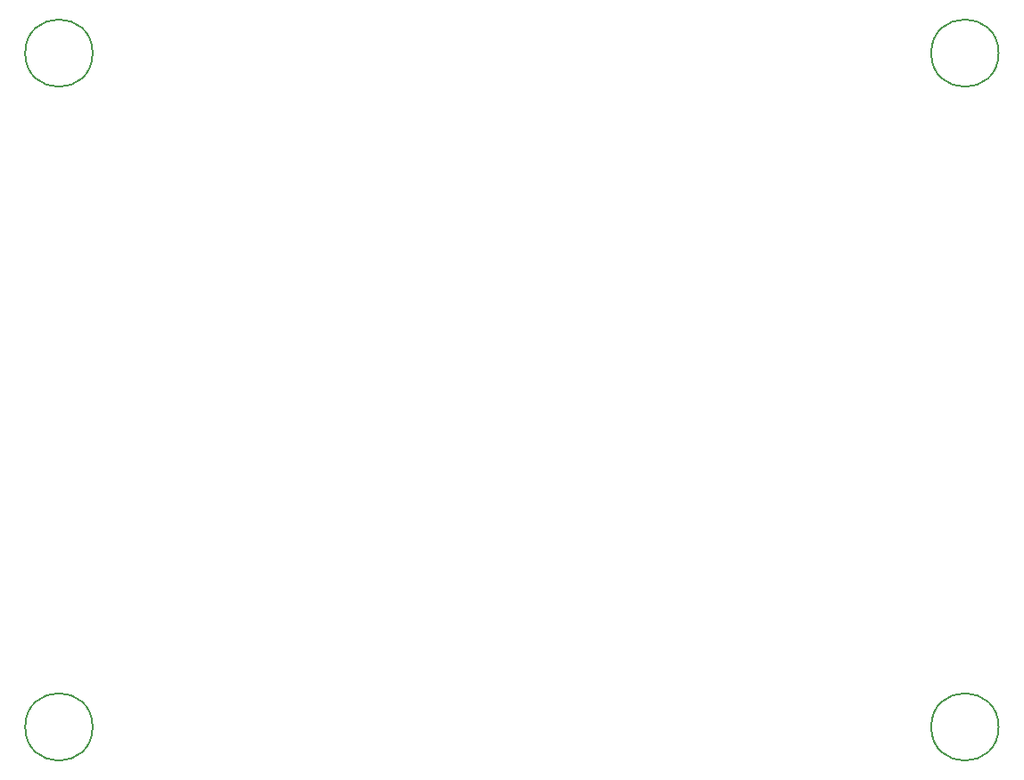
<source format=gbr>
%TF.GenerationSoftware,KiCad,Pcbnew,7.0.6*%
%TF.CreationDate,2023-12-12T17:12:19+00:00*%
%TF.ProjectId,BlankingRelay_Base,426c616e-6b69-46e6-9752-656c61795f42,rev?*%
%TF.SameCoordinates,Original*%
%TF.FileFunction,Other,Comment*%
%FSLAX46Y46*%
G04 Gerber Fmt 4.6, Leading zero omitted, Abs format (unit mm)*
G04 Created by KiCad (PCBNEW 7.0.6) date 2023-12-12 17:12:19*
%MOMM*%
%LPD*%
G01*
G04 APERTURE LIST*
%ADD10C,0.150000*%
G04 APERTURE END LIST*
D10*
%TO.C,H4*%
X124200000Y-145000000D02*
G75*
G03*
X124200000Y-145000000I-3200000J0D01*
G01*
%TO.C,H3*%
X124200000Y-81000000D02*
G75*
G03*
X124200000Y-81000000I-3200000J0D01*
G01*
%TO.C,H1*%
X38200000Y-145000000D02*
G75*
G03*
X38200000Y-145000000I-3200000J0D01*
G01*
%TO.C,H2*%
X38200000Y-81000000D02*
G75*
G03*
X38200000Y-81000000I-3200000J0D01*
G01*
%TD*%
M02*

</source>
